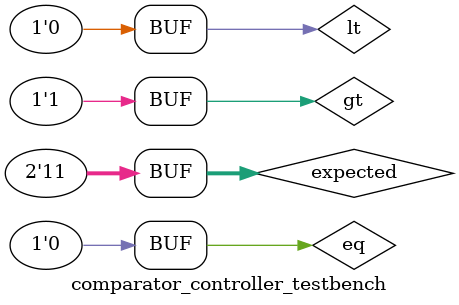
<source format=v>
`define DELAY 20
module comparator_controller_testbench();
   reg lt, eq, gt;
   reg [1:0] expected;
   wire      tresult;
   wire [1:0] out;

   comparator_controller cc(out, lt, eq, gt);

   wire m1,m2;
   xnor xn1(m1, out[1], expected[1]);
   xnor xn2(m2, out[0], expected[0]);
   and ad(tresult, m1, m2);

   initial begin
      lt = 1;
      eq = 0;
      gt = 0;
      expected = 2'b10;
      #`DELAY;
      lt = 0;
      eq = 1;
      gt = 0;
      expected = 2'b01;
      #`DELAY;
      lt = 0;
      eq = 0;
      gt = 1;
      expected = 2'b11;
   end

   initial begin
      $monitor("time = %2d, lt=%1b, eq=%1b, gt=%1b, out=%2b, expected=%2b, tresult=%1b", $time, lt, eq, gt, out, expected, tresult);
   end

endmodule //comparator_controller_testbench

</source>
